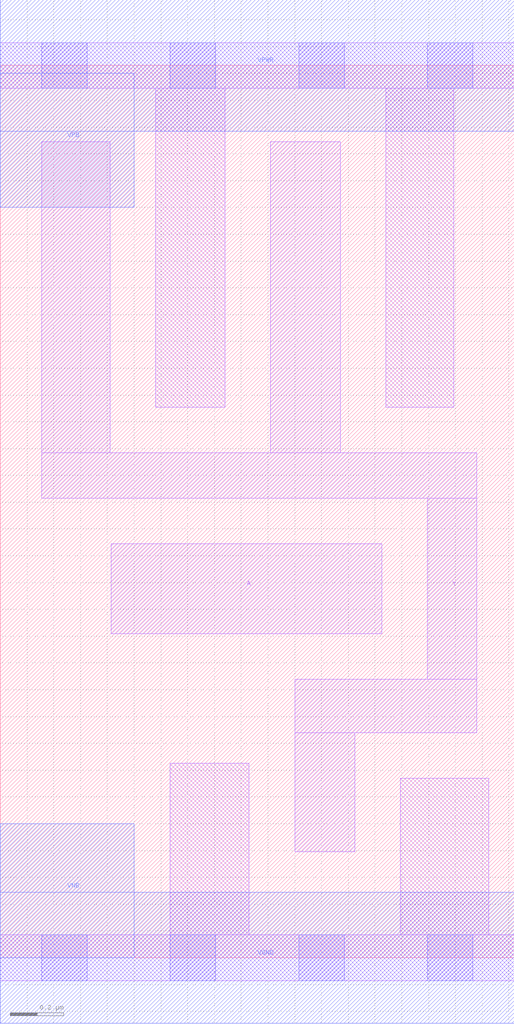
<source format=lef>
# Copyright 2020 The SkyWater PDK Authors
#
# Licensed under the Apache License, Version 2.0 (the "License");
# you may not use this file except in compliance with the License.
# You may obtain a copy of the License at
#
#     https://www.apache.org/licenses/LICENSE-2.0
#
# Unless required by applicable law or agreed to in writing, software
# distributed under the License is distributed on an "AS IS" BASIS,
# WITHOUT WARRANTIES OR CONDITIONS OF ANY KIND, either express or implied.
# See the License for the specific language governing permissions and
# limitations under the License.
#
# SPDX-License-Identifier: Apache-2.0

VERSION 5.5 ;
NAMESCASESENSITIVE ON ;
BUSBITCHARS "[]" ;
DIVIDERCHAR "/" ;
MACRO sky130_fd_sc_lp__clkinv_2
  CLASS CORE ;
  SOURCE USER ;
  ORIGIN  0.000000  0.000000 ;
  SIZE  1.920000 BY  3.330000 ;
  SYMMETRY X Y R90 ;
  SITE unit ;
  PIN A
    ANTENNAGATEAREA  0.693000 ;
    DIRECTION INPUT ;
    USE SIGNAL ;
    PORT
      LAYER li1 ;
        RECT 0.415000 1.210000 1.425000 1.545000 ;
    END
  END A
  PIN Y
    ANTENNADIFFAREA  0.804300 ;
    DIRECTION OUTPUT ;
    USE SIGNAL ;
    PORT
      LAYER li1 ;
        RECT 0.155000 1.715000 1.780000 1.885000 ;
        RECT 0.155000 1.885000 0.410000 3.045000 ;
        RECT 1.010000 1.885000 1.270000 3.045000 ;
        RECT 1.100000 0.395000 1.325000 0.840000 ;
        RECT 1.100000 0.840000 1.780000 1.040000 ;
        RECT 1.595000 1.040000 1.780000 1.715000 ;
    END
  END Y
  PIN VGND
    DIRECTION INOUT ;
    USE GROUND ;
    PORT
      LAYER met1 ;
        RECT 0.000000 -0.245000 1.920000 0.245000 ;
    END
  END VGND
  PIN VNB
    DIRECTION INOUT ;
    USE GROUND ;
    PORT
      LAYER met1 ;
        RECT 0.000000 0.000000 0.500000 0.500000 ;
    END
  END VNB
  PIN VPB
    DIRECTION INOUT ;
    USE POWER ;
    PORT
      LAYER met1 ;
        RECT 0.000000 2.800000 0.500000 3.300000 ;
    END
  END VPB
  PIN VPWR
    DIRECTION INOUT ;
    USE POWER ;
    PORT
      LAYER met1 ;
        RECT 0.000000 3.085000 1.920000 3.575000 ;
    END
  END VPWR
  OBS
    LAYER li1 ;
      RECT 0.000000 -0.085000 1.920000 0.085000 ;
      RECT 0.000000  3.245000 1.920000 3.415000 ;
      RECT 0.580000  2.055000 0.840000 3.245000 ;
      RECT 0.635000  0.085000 0.930000 0.725000 ;
      RECT 1.440000  2.055000 1.695000 3.245000 ;
      RECT 1.495000  0.085000 1.825000 0.670000 ;
    LAYER mcon ;
      RECT 0.155000 -0.085000 0.325000 0.085000 ;
      RECT 0.155000  3.245000 0.325000 3.415000 ;
      RECT 0.635000 -0.085000 0.805000 0.085000 ;
      RECT 0.635000  3.245000 0.805000 3.415000 ;
      RECT 1.115000 -0.085000 1.285000 0.085000 ;
      RECT 1.115000  3.245000 1.285000 3.415000 ;
      RECT 1.595000 -0.085000 1.765000 0.085000 ;
      RECT 1.595000  3.245000 1.765000 3.415000 ;
  END
END sky130_fd_sc_lp__clkinv_2
END LIBRARY

</source>
